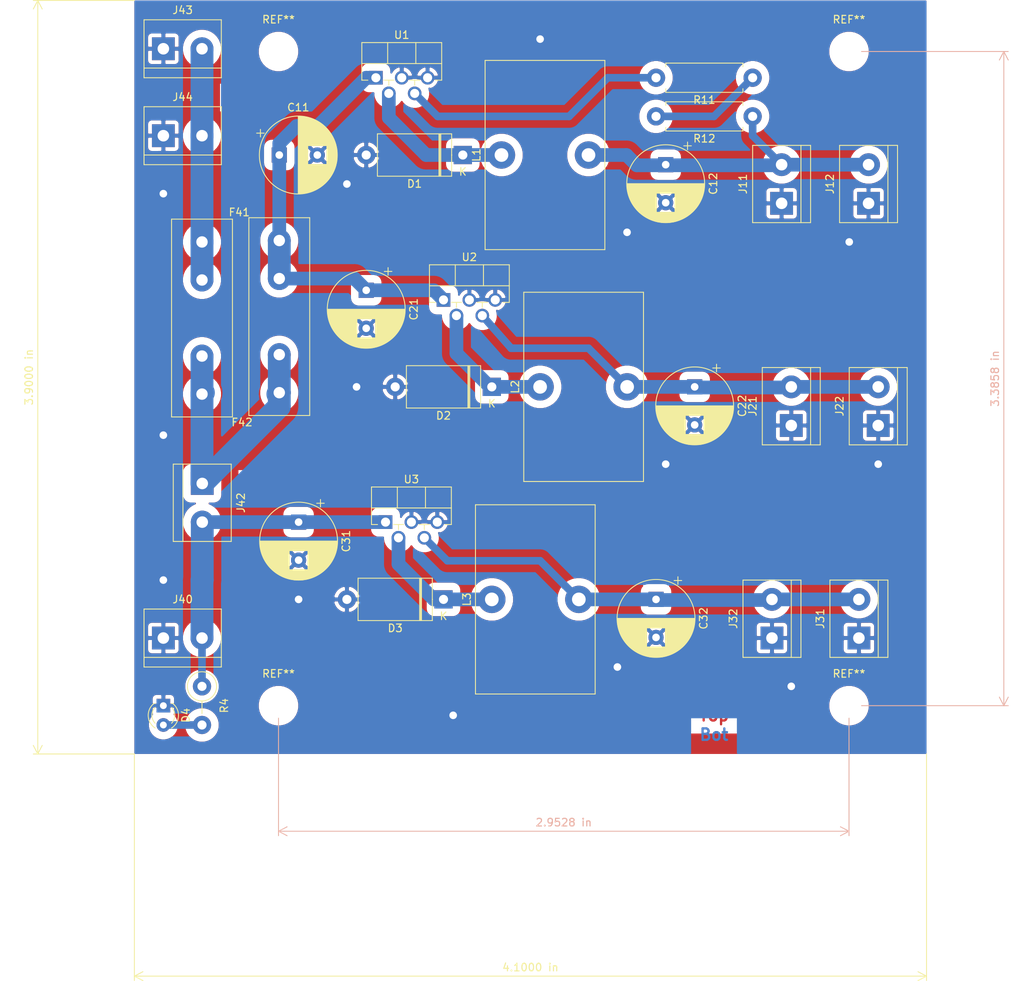
<source format=kicad_pcb>
(kicad_pcb (version 20171130) (host pcbnew 5.1.5)
  (layers (0 F.Cu signal) (31 B.Cu signal) (34 B.Paste user) (35 F.Paste user) (36 B.SilkS user) (37 F.SilkS user) (38 B.Mask user) (39 F.Mask user) (44 Edge.Cuts user))
  (net 0 "")
  (net 1 GND)
  (net 2 "Net-(C11-Pad1)")
  (net 3 "Net-(C31-Pad1)")
  (net 4 "Net-(D1-Pad1)")
  (net 5 "Net-(D2-Pad1)")
  (net 6 "Net-(D3-Pad1)")
  (net 7 "Net-(F41-Pad2)")
  (net 8 "Net-(F41-Pad1)")
  (net 9 "Net-(R11-Pad2)")
  (net 10 "Net-(R11-Pad1)")
  (net 11 "Net-(C12-Pad1)")
  (net 12 "Net-(C22-Pad1)")
  (net 13 "Net-(C32-Pad1)")
  (net 14 "Net-(D4-Pad2)")
  (module MountingHole:MountingHole_3.2mm_M3 (layer F.Cu) (at 54.51 127)
    (fp_text reference REF** (at 0 -4.2) (layer F.SilkS))
    (fp_text value MountingHole_3.2mm_M3)
    (pad 1 np_thru_hole circle (at 0 0) (size 3.2 3.2) (drill 3.2) (layers *.Cu *.Mask))
  )
  (module MountingHole:MountingHole_3.2mm_M3 (layer F.Cu) (at 54.51 41)
    (fp_text reference REF** (at 0 -4.2) (layer F.SilkS))
    (fp_text value MountingHole_3.2mm_M3)
    (pad 1 np_thru_hole circle (at 0 0) (size 3.2 3.2) (drill 3.2) (layers *.Cu *.Mask))
  )
  (module MountingHole:MountingHole_3.2mm_M3 (layer F.Cu) (at 129.51 41)
    (fp_text reference REF** (at 0 -4.2) (layer F.SilkS))
    (fp_text value MountingHole_3.2mm_M3)
    (pad 1 np_thru_hole circle (at 0 0) (size 3.2 3.2) (drill 3.2) (layers *.Cu *.Mask))
  )
  (module MountingHole:MountingHole_3.2mm_M3 (layer F.Cu) (at 129.51 127)
    (fp_text reference REF** (at 0 -4.2) (layer F.SilkS))
    (fp_text value MountingHole_3.2mm_M3)
    (pad 1 np_thru_hole circle (at 0 0) (size 3.2 3.2) (drill 3.2) (layers *.Cu *.Mask))
  )
  (module Capacitor_THT:CP_Radial_D10.0mm_P5.00mm (layer F.Cu) (at 54.61 54.61)
    (fp_text reference C11 (at 2.5 -6.25) (layer F.SilkS))
    (fp_text value 100u)
    (pad 2 thru_hole circle (at 5 0) (size 2 2) (drill 1) (layers *.Cu *.Mask) (net 1 GND))
    (pad 1 thru_hole rect (at 0 0) (size 2 2) (drill 1) (layers *.Cu *.Mask) (net 2 "Net-(C11-Pad1)"))
  )
  (module Capacitor_THT:CP_Radial_D10.0mm_P5.00mm (layer F.Cu) (at 66.04 72.39 270)
    (fp_text reference C21 (at 2.5 -6.25 90) (layer F.SilkS))
    (fp_text value 100u)
    (pad 2 thru_hole circle (at 5 0 270) (size 2 2) (drill 1) (layers *.Cu *.Mask) (net 1 GND))
    (pad 1 thru_hole rect (at 0 0 270) (size 2 2) (drill 1) (layers *.Cu *.Mask) (net 2 "Net-(C11-Pad1)"))
  )
  (module Capacitor_THT:CP_Radial_D10.0mm_P5.00mm (layer F.Cu) (at 57.15 102.87 270)
    (fp_text reference C31 (at 2.5 -6.25 90) (layer F.SilkS))
    (fp_text value 100u)
    (pad 2 thru_hole circle (at 5 0 270) (size 2 2) (drill 1) (layers *.Cu *.Mask) (net 1 GND))
    (pad 1 thru_hole rect (at 0 0 270) (size 2 2) (drill 1) (layers *.Cu *.Mask) (net 3 "Net-(C31-Pad1)"))
  )
  (module Diode_THT:D_DO-27_P12.70mm_Horizontal (layer F.Cu) (at 78.74 54.61 180)
    (fp_text reference D1 (at 6.35 -3.785) (layer F.SilkS))
    (fp_text value D_Schottky)
    (fp_text user K (at 0 -2.2) (layer F.SilkS))
    (pad 2 thru_hole oval (at 12.7 0 180) (size 2.4 2.4) (drill 1.2) (layers *.Cu *.Mask) (net 1 GND))
    (pad 1 thru_hole rect (at 0 0 180) (size 2.4 2.4) (drill 1.2) (layers *.Cu *.Mask) (net 4 "Net-(D1-Pad1)"))
  )
  (module Diode_THT:D_DO-27_P12.70mm_Horizontal (layer F.Cu) (at 82.55 85.09 180)
    (fp_text reference D2 (at 6.35 -3.785) (layer F.SilkS))
    (fp_text value D_Schottky)
    (fp_text user K (at 0 -2.2) (layer F.SilkS))
    (pad 1 thru_hole rect (at 0 0 180) (size 2.4 2.4) (drill 1.2) (layers *.Cu *.Mask) (net 5 "Net-(D2-Pad1)"))
    (pad 2 thru_hole oval (at 12.7 0 180) (size 2.4 2.4) (drill 1.2) (layers *.Cu *.Mask) (net 1 GND))
  )
  (module Diode_THT:D_DO-27_P12.70mm_Horizontal (layer F.Cu) (at 76.2 113.03 180)
    (fp_text reference D3 (at 6.35 -3.785) (layer F.SilkS))
    (fp_text value D_Schottky)
    (fp_text user K (at 0 -2.2) (layer F.SilkS))
    (pad 1 thru_hole rect (at 0 0 180) (size 2.4 2.4) (drill 1.2) (layers *.Cu *.Mask) (net 6 "Net-(D3-Pad1)"))
    (pad 2 thru_hole oval (at 12.7 0 180) (size 2.4 2.4) (drill 1.2) (layers *.Cu *.Mask) (net 1 GND))
  )
  (module fusible:fusible_alim (layer F.Cu) (at 44.45 66.04 180)
    (fp_text reference F41 (at -4.9 3.9) (layer F.SilkS))
    (fp_text value Fuse)
    (pad 2 thru_hole circle (at 0 0 180) (size 3 3) (drill 1.5) (layers *.Cu *.Mask) (net 7 "Net-(F41-Pad2)"))
    (pad 2 thru_hole circle (at 0 -5 180) (size 3 3) (drill 1.5) (layers *.Cu *.Mask) (net 7 "Net-(F41-Pad2)"))
    (pad 1 thru_hole circle (at 0 -20 180) (size 3 3) (drill 1.5) (layers *.Cu *.Mask) (net 8 "Net-(F41-Pad1)"))
    (pad 1 thru_hole circle (at 0 -15 180) (size 3 3) (drill 1.5) (layers *.Cu *.Mask) (net 8 "Net-(F41-Pad1)"))
  )
  (module fusible:fusible_alim (layer F.Cu) (at 54.61 85.852)
    (fp_text reference F42 (at -4.9 3.9) (layer F.SilkS))
    (fp_text value Fuse)
    (pad 1 thru_hole circle (at 0 -15) (size 3 3) (drill 1.5) (layers *.Cu *.Mask) (net 2 "Net-(C11-Pad1)"))
    (pad 1 thru_hole circle (at 0 -20) (size 3 3) (drill 1.5) (layers *.Cu *.Mask) (net 2 "Net-(C11-Pad1)"))
    (pad 2 thru_hole circle (at 0 -5) (size 3 3) (drill 1.5) (layers *.Cu *.Mask) (net 8 "Net-(F41-Pad1)"))
    (pad 2 thru_hole circle (at 0 0) (size 3 3) (drill 1.5) (layers *.Cu *.Mask) (net 8 "Net-(F41-Pad1)"))
  )
  (module TerminalBlock:TerminalBlock_bornier-2_P5.08mm (layer F.Cu) (at 120.65 60.96 90)
    (fp_text reference J11 (at 2.54 -5.08 90) (layer F.SilkS))
    (fp_text value Conn_01x02_Male)
    (pad 2 thru_hole circle (at 5.08 0 90) (size 3 3) (drill 1.52) (layers *.Cu *.Mask) (net 11 "Net-(C12-Pad1)"))
    (pad 1 thru_hole rect (at 0 0 90) (size 3 3) (drill 1.52) (layers *.Cu *.Mask) (net 1 GND))
  )
  (module TerminalBlock:TerminalBlock_bornier-2_P5.08mm (layer F.Cu) (at 132.08 60.96 90)
    (fp_text reference J12 (at 2.54 -5.08 90) (layer F.SilkS))
    (fp_text value Conn_01x02_Male)
    (pad 1 thru_hole rect (at 0 0 90) (size 3 3) (drill 1.52) (layers *.Cu *.Mask) (net 1 GND))
    (pad 2 thru_hole circle (at 5.08 0 90) (size 3 3) (drill 1.52) (layers *.Cu *.Mask) (net 11 "Net-(C12-Pad1)"))
  )
  (module TerminalBlock:TerminalBlock_bornier-2_P5.08mm (layer F.Cu) (at 121.92 90.17 90)
    (fp_text reference J21 (at 2.54 -5.08 90) (layer F.SilkS))
    (fp_text value Conn_01x02_Male)
    (pad 2 thru_hole circle (at 5.08 0 90) (size 3 3) (drill 1.52) (layers *.Cu *.Mask) (net 12 "Net-(C22-Pad1)"))
    (pad 1 thru_hole rect (at 0 0 90) (size 3 3) (drill 1.52) (layers *.Cu *.Mask) (net 1 GND))
  )
  (module TerminalBlock:TerminalBlock_bornier-2_P5.08mm (layer F.Cu) (at 133.35 90.17 90)
    (fp_text reference J22 (at 2.54 -5.08 90) (layer F.SilkS))
    (fp_text value Conn_01x02_Male)
    (pad 1 thru_hole rect (at 0 0 90) (size 3 3) (drill 1.52) (layers *.Cu *.Mask) (net 1 GND))
    (pad 2 thru_hole circle (at 5.08 0 90) (size 3 3) (drill 1.52) (layers *.Cu *.Mask) (net 12 "Net-(C22-Pad1)"))
  )
  (module TerminalBlock:TerminalBlock_bornier-2_P5.08mm (layer F.Cu) (at 130.81 118.11 90)
    (fp_text reference J31 (at 2.54 -5.08 90) (layer F.SilkS))
    (fp_text value Conn_01x02_Male)
    (pad 2 thru_hole circle (at 5.08 0 90) (size 3 3) (drill 1.52) (layers *.Cu *.Mask) (net 13 "Net-(C32-Pad1)"))
    (pad 1 thru_hole rect (at 0 0 90) (size 3 3) (drill 1.52) (layers *.Cu *.Mask) (net 1 GND))
  )
  (module TerminalBlock:TerminalBlock_bornier-2_P5.08mm (layer F.Cu) (at 119.38 118.11 90)
    (fp_text reference J32 (at 2.54 -5.08 90) (layer F.SilkS))
    (fp_text value Conn_01x02_Male)
    (pad 1 thru_hole rect (at 0 0 90) (size 3 3) (drill 1.52) (layers *.Cu *.Mask) (net 1 GND))
    (pad 2 thru_hole circle (at 5.08 0 90) (size 3 3) (drill 1.52) (layers *.Cu *.Mask) (net 13 "Net-(C32-Pad1)"))
  )
  (module TerminalBlock:TerminalBlock_bornier-2_P5.08mm (layer F.Cu) (at 39.37 118.11)
    (fp_text reference J40 (at 2.54 -5.08) (layer F.SilkS))
    (fp_text value Conn_01x02_Male)
    (pad 1 thru_hole rect (at 0 0) (size 3 3) (drill 1.52) (layers *.Cu *.Mask) (net 1 GND))
    (pad 2 thru_hole circle (at 5.08 0) (size 3 3) (drill 1.52) (layers *.Cu *.Mask) (net 3 "Net-(C31-Pad1)"))
  )
  (module TerminalBlock:TerminalBlock_bornier-2_P5.08mm (layer F.Cu) (at 44.485 97.79 270)
    (fp_text reference J42 (at 2.54 -5.08 90) (layer F.SilkS))
    (fp_text value Conn_01x02_Male)
    (pad 2 thru_hole circle (at 5.08 0 270) (size 3 3) (drill 1.52) (layers *.Cu *.Mask) (net 3 "Net-(C31-Pad1)"))
    (pad 1 thru_hole rect (at 0 0 270) (size 3 3) (drill 1.52) (layers *.Cu *.Mask) (net 8 "Net-(F41-Pad1)"))
  )
  (module TerminalBlock:TerminalBlock_bornier-2_P5.08mm (layer F.Cu) (at 39.37 40.64)
    (fp_text reference J43 (at 2.54 -5.08) (layer F.SilkS))
    (fp_text value Conn_01x02_Male)
    (pad 1 thru_hole rect (at 0 0) (size 3 3) (drill 1.52) (layers *.Cu *.Mask) (net 1 GND))
    (pad 2 thru_hole circle (at 5.08 0) (size 3 3) (drill 1.52) (layers *.Cu *.Mask) (net 7 "Net-(F41-Pad2)"))
  )
  (module TerminalBlock:TerminalBlock_bornier-2_P5.08mm (layer F.Cu) (at 39.37 52.07)
    (fp_text reference J44 (at 2.54 -5.08) (layer F.SilkS))
    (fp_text value Conn_01x02_Male)
    (pad 2 thru_hole circle (at 5.08 0) (size 3 3) (drill 1.52) (layers *.Cu *.Mask) (net 7 "Net-(F41-Pad2)"))
    (pad 1 thru_hole rect (at 0 0) (size 3 3) (drill 1.52) (layers *.Cu *.Mask) (net 1 GND))
  )
  (module Inductor_THT:L_Toroid_Vertical_L24.6mm_W15.5mm_P11.44mm_Pulse_KM-4 (layer F.Cu) (at 83.82 54.61 90)
    (fp_text reference L1 (at 0 -3.28 90) (layer F.SilkS))
    (fp_text value 100u)
    (pad 2 thru_hole circle (at 0 11.44 90) (size 3.6 3.6) (drill 1.8) (layers *.Cu *.Mask) (net 11 "Net-(C12-Pad1)"))
    (pad 1 thru_hole circle (at 0 0 90) (size 3.6 3.6) (drill 1.8) (layers *.Cu *.Mask) (net 4 "Net-(D1-Pad1)"))
  )
  (module Inductor_THT:L_Toroid_Vertical_L24.6mm_W15.5mm_P11.44mm_Pulse_KM-4 (layer F.Cu) (at 88.9 85.09 90)
    (fp_text reference L2 (at 0 -3.28 90) (layer F.SilkS))
    (fp_text value 100u)
    (pad 1 thru_hole circle (at 0 0 90) (size 3.6 3.6) (drill 1.8) (layers *.Cu *.Mask) (net 5 "Net-(D2-Pad1)"))
    (pad 2 thru_hole circle (at 0 11.44 90) (size 3.6 3.6) (drill 1.8) (layers *.Cu *.Mask) (net 12 "Net-(C22-Pad1)"))
  )
  (module Inductor_THT:L_Toroid_Vertical_L24.6mm_W15.5mm_P11.44mm_Pulse_KM-4 (layer F.Cu) (at 82.55 113.03 90)
    (fp_text reference L3 (at 0 -3.28 90) (layer F.SilkS))
    (fp_text value 100u)
    (pad 1 thru_hole circle (at 0 0 90) (size 3.6 3.6) (drill 1.8) (layers *.Cu *.Mask) (net 6 "Net-(D3-Pad1)"))
    (pad 2 thru_hole circle (at 0 11.44 90) (size 3.6 3.6) (drill 1.8) (layers *.Cu *.Mask) (net 13 "Net-(C32-Pad1)"))
  )
  (module Resistor_THT:R_Axial_DIN0411_L9.9mm_D3.6mm_P12.70mm_Horizontal (layer F.Cu) (at 116.84 44.45 180)
    (fp_text reference R11 (at 6.35 -2.92) (layer F.SilkS))
    (fp_text value 4.7k)
    (pad 2 thru_hole oval (at 12.7 0 180) (size 2.4 2.4) (drill 1.2) (layers *.Cu *.Mask) (net 9 "Net-(R11-Pad2)"))
    (pad 1 thru_hole circle (at 0 0 180) (size 2.4 2.4) (drill 1.2) (layers *.Cu *.Mask) (net 10 "Net-(R11-Pad1)"))
  )
  (module Resistor_THT:R_Axial_DIN0411_L9.9mm_D3.6mm_P12.70mm_Horizontal (layer F.Cu) (at 116.84 49.53 180)
    (fp_text reference R12 (at 6.35 -2.92) (layer F.SilkS))
    (fp_text value 1k)
    (pad 1 thru_hole circle (at 0 0 180) (size 2.4 2.4) (drill 1.2) (layers *.Cu *.Mask) (net 11 "Net-(C12-Pad1)"))
    (pad 2 thru_hole oval (at 12.7 0 180) (size 2.4 2.4) (drill 1.2) (layers *.Cu *.Mask) (net 10 "Net-(R11-Pad1)"))
  )
  (module Package_TO_SOT_THT:TO-220F-5_P3.4x2.06mm_StaggerEven_Lead1.86mm_Vertical (layer F.Cu) (at 67.31 44.45)
    (fp_text reference U1 (at 3.4 -5.62) (layer F.SilkS))
    (fp_text value LM2576T-5)
    (pad 1 thru_hole rect (at 0 0) (size 1.8 1.8) (drill 1.2) (layers *.Cu *.Mask) (net 2 "Net-(C11-Pad1)"))
    (pad 2 thru_hole oval (at 1.7 2.06) (size 1.8 1.8) (drill 1.2) (layers *.Cu *.Mask) (net 4 "Net-(D1-Pad1)"))
    (pad 3 thru_hole oval (at 3.4 0) (size 1.8 1.8) (drill 1.2) (layers *.Cu *.Mask) (net 1 GND))
    (pad 4 thru_hole oval (at 5.1 2.06) (size 1.8 1.8) (drill 1.2) (layers *.Cu *.Mask) (net 9 "Net-(R11-Pad2)"))
    (pad 5 thru_hole oval (at 6.8 0) (size 1.8 1.8) (drill 1.2) (layers *.Cu *.Mask) (net 1 GND))
  )
  (module Package_TO_SOT_THT:TO-220F-5_P3.4x2.06mm_StaggerEven_Lead1.86mm_Vertical (layer F.Cu) (at 76.2 73.66)
    (fp_text reference U2 (at 3.4 -5.62) (layer F.SilkS))
    (fp_text value LM2576T-5)
    (pad 1 thru_hole rect (at 0 0) (size 1.8 1.8) (drill 1.2) (layers *.Cu *.Mask) (net 2 "Net-(C11-Pad1)"))
    (pad 2 thru_hole oval (at 1.7 2.06) (size 1.8 1.8) (drill 1.2) (layers *.Cu *.Mask) (net 5 "Net-(D2-Pad1)"))
    (pad 3 thru_hole oval (at 3.4 0) (size 1.8 1.8) (drill 1.2) (layers *.Cu *.Mask) (net 1 GND))
    (pad 4 thru_hole oval (at 5.1 2.06) (size 1.8 1.8) (drill 1.2) (layers *.Cu *.Mask) (net 12 "Net-(C22-Pad1)"))
    (pad 5 thru_hole oval (at 6.8 0) (size 1.8 1.8) (drill 1.2) (layers *.Cu *.Mask) (net 1 GND))
  )
  (module Package_TO_SOT_THT:TO-220F-5_P3.4x2.06mm_StaggerEven_Lead1.86mm_Vertical (layer F.Cu) (at 68.58 102.87)
    (fp_text reference U3 (at 3.4 -5.62) (layer F.SilkS))
    (fp_text value LM2576T-5)
    (pad 5 thru_hole oval (at 6.8 0) (size 1.8 1.8) (drill 1.2) (layers *.Cu *.Mask) (net 1 GND))
    (pad 4 thru_hole oval (at 5.1 2.06) (size 1.8 1.8) (drill 1.2) (layers *.Cu *.Mask) (net 13 "Net-(C32-Pad1)"))
    (pad 3 thru_hole oval (at 3.4 0) (size 1.8 1.8) (drill 1.2) (layers *.Cu *.Mask) (net 1 GND))
    (pad 2 thru_hole oval (at 1.7 2.06) (size 1.8 1.8) (drill 1.2) (layers *.Cu *.Mask) (net 6 "Net-(D3-Pad1)"))
    (pad 1 thru_hole rect (at 0 0) (size 1.8 1.8) (drill 1.2) (layers *.Cu *.Mask) (net 3 "Net-(C31-Pad1)"))
  )
  (module Capacitor_THT:CP_Radial_D10.0mm_P5.00mm (layer F.Cu) (at 105.41 55.88 270)
    (fp_text reference C12 (at 2.5 -6.25 90) (layer F.SilkS))
    (fp_text value 1000u)
    (pad 2 thru_hole circle (at 5 0 270) (size 2 2) (drill 1) (layers *.Cu *.Mask) (net 1 GND))
    (pad 1 thru_hole rect (at 0 0 270) (size 2 2) (drill 1) (layers *.Cu *.Mask) (net 11 "Net-(C12-Pad1)"))
  )
  (module Capacitor_THT:CP_Radial_D10.0mm_P5.00mm (layer F.Cu) (at 109.22 85.09 270)
    (fp_text reference C22 (at 2.5 -6.25 90) (layer F.SilkS))
    (fp_text value 1000u)
    (pad 1 thru_hole rect (at 0 0 270) (size 2 2) (drill 1) (layers *.Cu *.Mask) (net 12 "Net-(C22-Pad1)"))
    (pad 2 thru_hole circle (at 5 0 270) (size 2 2) (drill 1) (layers *.Cu *.Mask) (net 1 GND))
  )
  (module Capacitor_THT:CP_Radial_D10.0mm_P5.00mm (layer F.Cu) (at 104.14 113.03 270)
    (fp_text reference C32 (at 2.5 -6.25 90) (layer F.SilkS))
    (fp_text value 1000u)
    (pad 1 thru_hole rect (at 0 0 270) (size 2 2) (drill 1) (layers *.Cu *.Mask) (net 13 "Net-(C32-Pad1)"))
    (pad 2 thru_hole circle (at 5 0 270) (size 2 2) (drill 1) (layers *.Cu *.Mask) (net 1 GND))
  )
  (module LED_THT:LED_D3.0mm (layer F.Cu) (at 39.37 127 270)
    (fp_text reference D4 (at 1.27 -2.96 90) (layer F.SilkS))
    (fp_text value LED)
    (pad 1 thru_hole rect (at 0 0 270) (size 1.8 1.8) (drill 0.9) (layers *.Cu *.Mask) (net 1 GND))
    (pad 2 thru_hole circle (at 2.54 0 270) (size 1.8 1.8) (drill 0.9) (layers *.Cu *.Mask) (net 14 "Net-(D4-Pad2)"))
  )
  (module Resistor_THT:R_Axial_DIN0411_L9.9mm_D3.6mm_P5.08mm_Vertical (layer F.Cu) (at 44.45 124.46 270)
    (fp_text reference R4 (at 2.54 -2.92 90) (layer F.SilkS))
    (fp_text value R)
    (pad 1 thru_hole circle (at 0 0 270) (size 2.4 2.4) (drill 1.2) (layers *.Cu *.Mask) (net 3 "Net-(C31-Pad1)"))
    (pad 2 thru_hole oval (at 5.08 0 270) (size 2.4 2.4) (drill 1.2) (layers *.Cu *.Mask) (net 14 "Net-(D4-Pad2)"))
  )
  (gr_text Bot (at 111.76 130.81) (layer B.Cu) (effects (font (size 1.5 1.5) (thickness 0.3))))
  (gr_text "Top\n" (at 111.76 128.27) (layer F.Cu) (effects (font (size 1.5 1.5) (thickness 0.3))))
  (gr_text + (at 104.14 109.22) (layer F.Cu) (effects (font (size 1 1)) (justify mirror)))
  (dimension 104.14 (width 0.12) (layer F.SilkS) (gr_text "104,140 mm" (at 87.63 163.83) (layer F.SilkS) (effects (font (size 1 1) (thickness 0.15)))) (feature1 (pts (xy 35.56 133.35) (xy 35.56 163.146421))) (feature2 (pts (xy 139.7 133.35) (xy 139.7 163.146421))) (crossbar (pts (xy 139.7 162.56) (xy 35.56 162.56))) (arrow1a (pts (xy 35.56 162.56) (xy 36.686504 161.973579))) (arrow1b (pts (xy 35.56 162.56) (xy 36.686504 163.146421))) (arrow2a (pts (xy 139.7 162.56) (xy 138.573496 161.973579))) (arrow2b (pts (xy 139.7 162.56) (xy 138.573496 163.146421))))
  (dimension 86 (width 0.12) (layer B.SilkS) (gr_text "86,000 mm" (at 151.13 84 90) (layer B.SilkS) (effects (font (size 1 1) (thickness 0.15)))) (feature1 (pts (xy 129.51 41) (xy 150.446421 41))) (feature2 (pts (xy 129.51 127) (xy 150.446421 127))) (crossbar (pts (xy 149.86 127) (xy 149.86 41))) (arrow1a (pts (xy 149.86 41) (xy 150.446421 42.126504))) (arrow1b (pts (xy 149.86 41) (xy 149.273579 42.126504))) (arrow2a (pts (xy 149.86 127) (xy 150.446421 125.873496))) (arrow2b (pts (xy 149.86 127) (xy 149.273579 125.873496))))
  (dimension 75 (width 0.12) (layer B.SilkS) (gr_text "75,000 mm" (at 92.01 144.78) (layer B.SilkS) (effects (font (size 1 1) (thickness 0.15)))) (feature1 (pts (xy 129.51 127) (xy 129.51 144.096421))) (feature2 (pts (xy 54.51 127) (xy 54.51 144.096421))) (crossbar (pts (xy 54.51 143.51) (xy 129.51 143.51))) (arrow1a (pts (xy 129.51 143.51) (xy 128.383496 144.096421))) (arrow1b (pts (xy 129.51 143.51) (xy 128.383496 142.923579))) (arrow2a (pts (xy 54.51 143.51) (xy 55.636504 144.096421))) (arrow2b (pts (xy 54.51 143.51) (xy 55.636504 142.923579))))
  (gr_text "Carte alim\nEirBoat\n2019-20" (at 68.58 124.46) (layer F.Cu) (effects (font (size 1.5 1.5) (thickness 0.3))))
  (gr_text "5V 1.5A" (at 129.54 106.68) (layer F.Cu) (effects (font (size 1 1))))
  (gr_text "5V 3A" (at 130.254286 78.74) (layer F.Cu) (effects (font (size 1 1))))
  (gr_text "12V 3A" (at 129.778095 50.8) (layer F.Cu) (effects (font (size 1 1))))
  (gr_text Moteurs (at 50.8 46.99) (layer F.Cu) (effects (font (size 1 1))))
  (gr_text Urgence (at 53.34 97.79) (layer F.Cu) (effects (font (size 1 1))))
  (gr_text Vbat (at 49.53 123.19) (layer F.Cu) (effects (font (size 1 1))))
  (dimension 99.06 (width 0.12) (layer F.SilkS) (gr_text "99,060 mm" (at 21.59 83.82 90) (layer F.SilkS) (effects (font (size 1 1) (thickness 0.15)))) (feature1 (pts (xy 35.56 34.29) (xy 22.273579 34.29))) (feature2 (pts (xy 35.56 133.35) (xy 22.273579 133.35))) (crossbar (pts (xy 22.86 133.35) (xy 22.86 34.29))) (arrow1a (pts (xy 22.86 34.29) (xy 23.446421 35.416504))) (arrow1b (pts (xy 22.86 34.29) (xy 22.273579 35.416504))) (arrow2a (pts (xy 22.86 133.35) (xy 23.446421 132.223496))) (arrow2b (pts (xy 22.86 133.35) (xy 22.273579 132.223496))))
  (via (at 39.37 110.49) (size 2) (drill 1) (layers F.Cu B.Cu) (net 1))
  (via (at 39.37 91.44) (size 2) (drill 1) (layers F.Cu B.Cu) (net 1))
  (via (at 39.37 59.69) (size 2) (drill 1) (layers F.Cu B.Cu) (net 1))
  (via (at 57.15 113.03) (size 2) (drill 1) (layers F.Cu B.Cu) (net 1))
  (via (at 64.77 85.09) (size 2) (drill 1) (layers F.Cu B.Cu) (net 1))
  (via (at 63.5 58.42) (size 2) (drill 1) (layers F.Cu B.Cu) (net 1))
  (via (at 100.33 64.77) (size 2) (drill 1) (layers F.Cu B.Cu) (net 1))
  (via (at 105.41 95.25) (size 2) (drill 1) (layers F.Cu B.Cu) (net 1))
  (via (at 99.06 121.92) (size 2) (drill 1) (layers F.Cu B.Cu) (net 1))
  (via (at 133.35 95.25) (size 2) (drill 1) (layers F.Cu B.Cu) (net 1))
  (via (at 121.92 124.46) (size 2) (drill 1) (layers F.Cu B.Cu) (net 1))
  (via (at 129.54 66.04) (size 2) (drill 1) (layers F.Cu B.Cu) (net 1))
  (via (at 88.9 39.37) (size 2) (drill 1) (layers F.Cu B.Cu) (net 1))
  (via (at 77.47 128.27) (size 2) (drill 1) (layers F.Cu B.Cu) (net 1))
  (segment (start 54.61 70.852) (end 54.61 65.852) (width 3) (layer B.Cu) (net 2))
  (segment (start 64.502 70.852) (end 66.04 72.39) (width 1.8) (layer B.Cu) (net 2))
  (segment (start 54.61 70.852) (end 64.502 70.852) (width 1.8) (layer B.Cu) (net 2))
  (segment (start 74.93 72.39) (end 76.2 73.66) (width 1.8) (layer B.Cu) (net 2))
  (segment (start 66.04 72.39) (end 74.93 72.39) (width 1.8) (layer B.Cu) (net 2))
  (segment (start 56.89 50.8) (end 59.69 50.8) (width 1.8) (layer B.Cu) (net 2))
  (segment (start 54.61 53.08) (end 56.89 50.8) (width 1.8) (layer B.Cu) (net 2))
  (segment (start 54.61 65.852) (end 54.61 53.08) (width 1.8) (layer B.Cu) (net 2))
  (segment (start 66.04 44.45) (end 59.69 50.8) (width 1.8) (layer B.Cu) (net 2))
  (segment (start 67.31 44.45) (end 66.04 44.45) (width 1.8) (layer B.Cu) (net 2))
  (segment (start 44.485 110.49) (end 44.485 102.87) (width 3) (layer B.Cu) (net 3))
  (segment (start 44.485 102.87) (end 59.69 102.87) (width 1.8) (layer B.Cu) (net 3))
  (segment (start 59.69 102.87) (end 68.58 102.87) (width 1.8) (layer B.Cu) (net 3))
  (segment (start 44.45 110.525) (end 44.45 118.11) (width 3) (layer B.Cu) (net 3))
  (segment (start 44.485 110.49) (end 44.45 110.525) (width 3) (layer B.Cu) (net 3))
  (segment (start 44.45 118.11) (end 44.45 124.46) (width 1) (layer B.Cu) (net 3))
  (segment (start 69.01 46.51) (end 69.01 49.706) (width 1.8) (layer B.Cu) (net 4))
  (segment (start 69.01 49.706) (end 73.914 54.61) (width 1.8) (layer B.Cu) (net 4))
  (segment (start 73.914 54.61) (end 78.74 54.61) (width 1.8) (layer B.Cu) (net 4))
  (segment (start 83.82 54.61) (end 78.74 54.61) (width 1.8) (layer B.Cu) (net 4))
  (segment (start 77.9 75.72) (end 77.9 80.694) (width 1.8) (layer B.Cu) (net 5))
  (segment (start 77.9 80.694) (end 82.296 85.09) (width 1.8) (layer B.Cu) (net 5))
  (segment (start 88.9 85.09) (end 82.55 85.09) (width 1.8) (layer B.Cu) (net 5))
  (segment (start 70.28 104.93) (end 70.28 108.38) (width 1.8) (layer B.Cu) (net 6))
  (segment (start 74.93 113.03) (end 78.38 113.03) (width 1.8) (layer B.Cu) (net 6))
  (segment (start 70.28 108.38) (end 74.93 113.03) (width 1.8) (layer B.Cu) (net 6))
  (segment (start 78.38 113.03) (end 82.55 113.03) (width 1.8) (layer B.Cu) (net 6))
  (segment (start 44.45 71.04) (end 44.45 66.04) (width 3) (layer B.Cu) (net 7))
  (segment (start 44.45 40.64) (end 44.45 52.07) (width 3) (layer B.Cu) (net 7))
  (segment (start 44.45 52.07) (end 44.45 66.04) (width 3) (layer B.Cu) (net 7))
  (segment (start 44.45 81.04) (end 44.45 86.04) (width 3) (layer B.Cu) (net 8))
  (segment (start 54.61 80.852) (end 54.61 85.852) (width 3) (layer B.Cu) (net 8))
  (segment (start 44.45 97.755) (end 44.485 97.79) (width 3) (layer B.Cu) (net 8))
  (segment (start 44.45 86.04) (end 44.45 97.755) (width 3) (layer B.Cu) (net 8))
  (segment (start 44.638 85.852) (end 44.45 86.04) (width 3) (layer B.Cu) (net 8))
  (segment (start 54.422 86.04) (end 54.61 85.852) (width 3) (layer B.Cu) (net 8))
  (segment (start 54.61 87.665) (end 44.485 97.79) (width 3) (layer B.Cu) (net 8))
  (segment (start 54.61 85.852) (end 54.61 87.665) (width 3) (layer B.Cu) (net 8))
  (segment (start 72.41 46.51) (end 75.43 49.53) (width 1) (layer B.Cu) (net 9))
  (segment (start 104.14 44.45) (end 97.79 44.45) (width 1) (layer B.Cu) (net 9))
  (segment (start 92.71 49.53) (end 75.43 49.53) (width 1) (layer B.Cu) (net 9))
  (segment (start 97.79 44.45) (end 92.71 49.53) (width 1) (layer B.Cu) (net 9))
  (segment (start 111.76 49.53) (end 116.84 44.45) (width 1) (layer B.Cu) (net 10))
  (segment (start 104.14 49.53) (end 111.76 49.53) (width 1) (layer B.Cu) (net 10))
  (segment (start 132.08 55.88) (end 120.65 55.88) (width 1.8) (layer B.Cu) (net 11))
  (segment (start 120.57 55.96) (end 120.65 55.88) (width 1.8) (layer B.Cu) (net 11))
  (segment (start 101.6 55.96) (end 120.57 55.96) (width 1.8) (layer B.Cu) (net 11))
  (segment (start 100.25 54.61) (end 101.6 55.96) (width 1.8) (layer B.Cu) (net 11))
  (segment (start 116.84 52.07) (end 120.65 55.88) (width 1) (layer B.Cu) (net 11))
  (segment (start 116.84 49.53) (end 116.84 52.07) (width 1) (layer B.Cu) (net 11))
  (segment (start 100.25 54.61) (end 95.26 54.61) (width 1.8) (layer B.Cu) (net 11))
  (segment (start 109.14 85.09) (end 109.22 85.17) (width 1.8) (layer B.Cu) (net 12))
  (segment (start 100.34 85.09) (end 109.14 85.09) (width 1.8) (layer B.Cu) (net 12))
  (segment (start 121.84 85.17) (end 121.92 85.09) (width 1.8) (layer B.Cu) (net 12))
  (segment (start 109.22 85.17) (end 121.84 85.17) (width 1.8) (layer B.Cu) (net 12))
  (segment (start 100.34 85.09) (end 95.26 80.01) (width 1) (layer B.Cu) (net 12))
  (segment (start 95.26 80.01) (end 85.09 80.01) (width 1) (layer B.Cu) (net 12))
  (segment (start 81.3 75.72) (end 85.09 80.01) (width 1) (layer B.Cu) (net 12))
  (segment (start 85.09 80.01) (end 85.59 80.01) (width 1) (layer B.Cu) (net 12))
  (segment (start 121.92 85.09) (end 133.35 85.09) (width 1.8) (layer B.Cu) (net 12))
  (segment (start 73.68 104.93) (end 76.7 107.95) (width 1) (layer B.Cu) (net 13))
  (segment (start 104.06 113.03) (end 104.14 113.11) (width 1.8) (layer B.Cu) (net 13))
  (segment (start 119.3 113.11) (end 119.38 113.03) (width 1.8) (layer B.Cu) (net 13))
  (segment (start 104.14 113.11) (end 119.3 113.11) (width 1.8) (layer B.Cu) (net 13))
  (segment (start 92.190001 111.230001) (end 92.180001 111.230001) (width 1) (layer B.Cu) (net 13))
  (segment (start 93.99 113.03) (end 92.190001 111.230001) (width 1) (layer B.Cu) (net 13))
  (segment (start 88.9 107.95) (end 76.7 107.95) (width 1) (layer B.Cu) (net 13))
  (segment (start 92.180001 111.230001) (end 88.9 107.95) (width 1) (layer B.Cu) (net 13))
  (segment (start 104.14 113.03) (end 93.99 113.03) (width 1.8) (layer B.Cu) (net 13))
  (segment (start 130.81 113.03) (end 119.38 113.03) (width 1.8) (layer B.Cu) (net 13))
  (segment (start 44.45 129.54) (end 39.37 129.54) (width 1) (layer B.Cu) (net 14))
  (zone (net 1) (net_name GND) (layer B.Cu) (connect_pads (clearance 1)) (min_thickness 0.254) (fill yes (arc_segments 32) (thermal_gap 0.508) (thermal_bridge_width 0.508))
    (polygon (pts (xy 139.7 133.35) (xy 35.56 133.35) (xy 35.56 34.29) (xy 139.7 34.29)))
  )
  (zone (net 1) (net_name GND) (layer F.Cu) (connect_pads (clearance 1)) (min_thickness 0.254) (fill yes (arc_segments 32) (thermal_gap 0.508) (thermal_bridge_width 0.508))
    (polygon (pts (xy 139.7 133.35) (xy 35.56 133.35) (xy 35.56 34.29) (xy 139.7 34.29)))
  )
)
</source>
